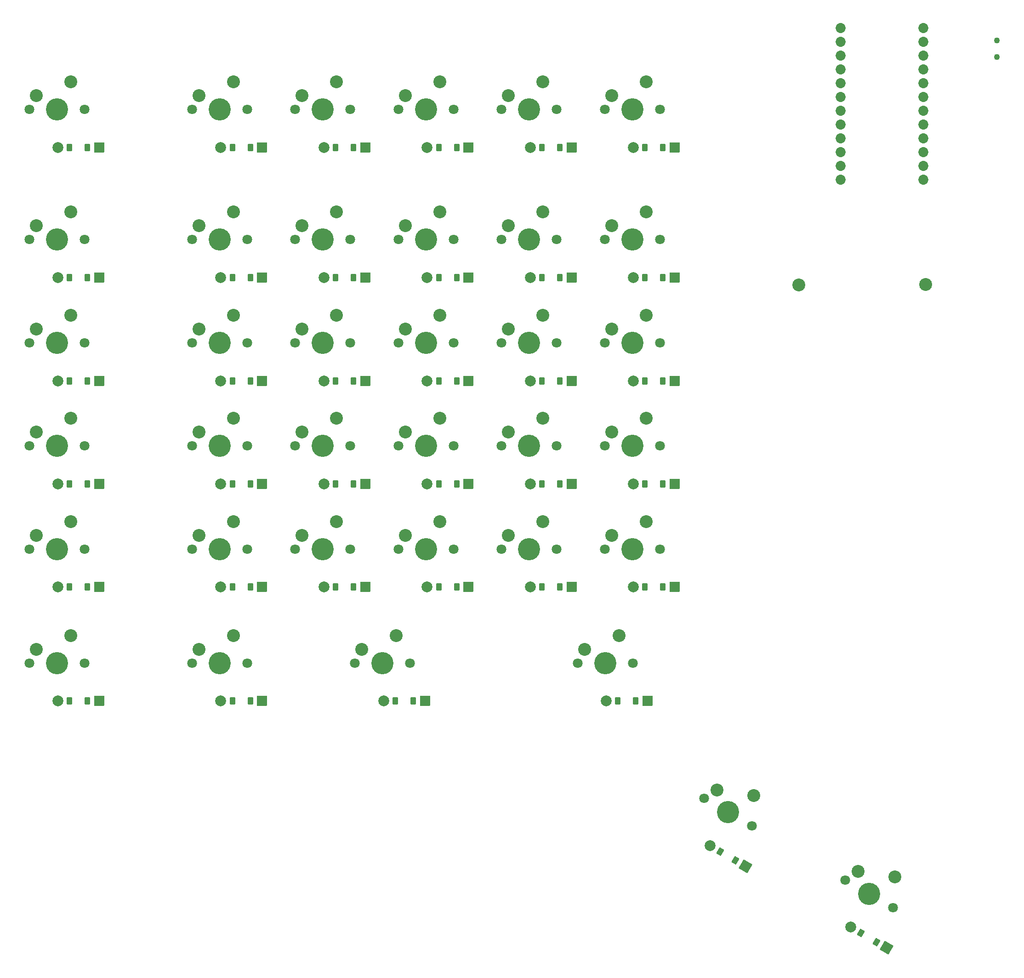
<source format=gbr>
%TF.GenerationSoftware,KiCad,Pcbnew,8.0.5*%
%TF.CreationDate,2024-10-12T19:47:22+02:00*%
%TF.ProjectId,finishedleftpcb,66696e69-7368-4656-946c-656674706362,v1.0.0*%
%TF.SameCoordinates,Original*%
%TF.FileFunction,Soldermask,Bot*%
%TF.FilePolarity,Negative*%
%FSLAX46Y46*%
G04 Gerber Fmt 4.6, Leading zero omitted, Abs format (unit mm)*
G04 Created by KiCad (PCBNEW 8.0.5) date 2024-10-12 19:47:22*
%MOMM*%
%LPD*%
G01*
G04 APERTURE LIST*
G04 Aperture macros list*
%AMRoundRect*
0 Rectangle with rounded corners*
0 $1 Rounding radius*
0 $2 $3 $4 $5 $6 $7 $8 $9 X,Y pos of 4 corners*
0 Add a 4 corners polygon primitive as box body*
4,1,4,$2,$3,$4,$5,$6,$7,$8,$9,$2,$3,0*
0 Add four circle primitives for the rounded corners*
1,1,$1+$1,$2,$3*
1,1,$1+$1,$4,$5*
1,1,$1+$1,$6,$7*
1,1,$1+$1,$8,$9*
0 Add four rect primitives between the rounded corners*
20,1,$1+$1,$2,$3,$4,$5,0*
20,1,$1+$1,$4,$5,$6,$7,0*
20,1,$1+$1,$6,$7,$8,$9,0*
20,1,$1+$1,$8,$9,$2,$3,0*%
G04 Aperture macros list end*
%ADD10C,1.801800*%
%ADD11C,4.087800*%
%ADD12C,2.386000*%
%ADD13RoundRect,0.050000X0.889000X0.889000X-0.889000X0.889000X-0.889000X-0.889000X0.889000X-0.889000X0*%
%ADD14RoundRect,0.050000X0.450000X0.600000X-0.450000X0.600000X-0.450000X-0.600000X0.450000X-0.600000X0*%
%ADD15C,2.005000*%
%ADD16RoundRect,0.050000X1.214397X0.325397X-0.325397X1.214397X-1.214397X-0.325397X0.325397X-1.214397X0*%
%ADD17RoundRect,0.050000X0.689711X0.294615X-0.089711X0.744615X-0.689711X-0.294615X0.089711X-0.744615X0*%
%ADD18C,1.852600*%
%ADD19C,1.100000*%
G04 APERTURE END LIST*
D10*
%TO.C,S58*%
X171381601Y-64457468D03*
D11*
X176461601Y-64457468D03*
D10*
X181541601Y-64457468D03*
D12*
X179001601Y-59377468D03*
X172651601Y-61917468D03*
%TD*%
D10*
%TO.C,S64*%
X215674351Y-206417468D03*
D11*
X220073760Y-208957468D03*
D10*
X224473169Y-211497468D03*
D12*
X224813465Y-205828059D03*
X218044203Y-204852763D03*
%TD*%
D13*
%TO.C,D60*%
X108271601Y-173457468D03*
D14*
X106111601Y-173457468D03*
X102811601Y-173457468D03*
D15*
X100651601Y-173457468D03*
%TD*%
D13*
%TO.C,D22*%
X78271601Y-133457468D03*
D14*
X76111601Y-133457468D03*
X72811601Y-133457468D03*
D15*
X70651601Y-133457468D03*
%TD*%
D10*
%TO.C,S13*%
X152381601Y-145457468D03*
D11*
X157461601Y-145457468D03*
D10*
X162541601Y-145457468D03*
D12*
X160001601Y-140377468D03*
X153651601Y-142917468D03*
%TD*%
D13*
%TO.C,D3*%
X108271601Y-114457468D03*
D14*
X106111601Y-114457468D03*
X102811601Y-114457468D03*
D15*
X100651601Y-114457468D03*
%TD*%
D10*
%TO.C,S24*%
X65381601Y-88457468D03*
D11*
X70461601Y-88457468D03*
D10*
X75541601Y-88457468D03*
D12*
X73001601Y-83377468D03*
X66651601Y-85917468D03*
%TD*%
D13*
%TO.C,D17*%
X184271601Y-152457468D03*
D14*
X182111601Y-152457468D03*
X178811601Y-152457468D03*
D15*
X176651601Y-152457468D03*
%TD*%
D10*
%TO.C,S1*%
X95381601Y-145457468D03*
D11*
X100461601Y-145457468D03*
D10*
X105541601Y-145457468D03*
D12*
X103001601Y-140377468D03*
X96651601Y-142917468D03*
%TD*%
D10*
%TO.C,S54*%
X95381601Y-64457468D03*
D11*
X100461601Y-64457468D03*
D10*
X105541601Y-64457468D03*
D12*
X103001601Y-59377468D03*
X96651601Y-61917468D03*
%TD*%
D13*
%TO.C,D12*%
X146271601Y-95457468D03*
D14*
X144111601Y-95457468D03*
X140811601Y-95457468D03*
D15*
X138651601Y-95457468D03*
%TD*%
D10*
%TO.C,S15*%
X152381601Y-107457468D03*
D11*
X157461601Y-107457468D03*
D10*
X162541601Y-107457468D03*
D12*
X160001601Y-102377468D03*
X153651601Y-104917468D03*
%TD*%
D10*
%TO.C,S23*%
X65381601Y-107457468D03*
D11*
X70461601Y-107457468D03*
D10*
X75541601Y-107457468D03*
D12*
X73001601Y-102377468D03*
X66651601Y-104917468D03*
%TD*%
D10*
%TO.C,S11*%
X133381601Y-107457468D03*
D11*
X138461601Y-107457468D03*
D10*
X143541601Y-107457468D03*
D12*
X141001601Y-102377468D03*
X134651601Y-104917468D03*
%TD*%
D13*
%TO.C,D20*%
X184271601Y-95457468D03*
D14*
X182111601Y-95457468D03*
X178811601Y-95457468D03*
D15*
X176651601Y-95457468D03*
%TD*%
D10*
%TO.C,S16*%
X152381601Y-88457468D03*
D11*
X157461601Y-88457468D03*
D10*
X162541601Y-88457468D03*
D12*
X160001601Y-83377468D03*
X153651601Y-85917468D03*
%TD*%
%TO.C,*%
X230500000Y-96700000D03*
%TD*%
D13*
%TO.C,D23*%
X78271601Y-114457468D03*
D14*
X76111601Y-114457468D03*
X72811601Y-114457468D03*
D15*
X70651601Y-114457468D03*
%TD*%
D13*
%TO.C,D16*%
X165271601Y-95457468D03*
D14*
X163111601Y-95457468D03*
X159811601Y-95457468D03*
D15*
X157651601Y-95457468D03*
%TD*%
D10*
%TO.C,S56*%
X133381601Y-64457468D03*
D11*
X138461601Y-64457468D03*
D10*
X143541601Y-64457468D03*
D12*
X141001601Y-59377468D03*
X134651601Y-61917468D03*
%TD*%
D10*
%TO.C,S17*%
X171381601Y-145457468D03*
D11*
X176461601Y-145457468D03*
D10*
X181541601Y-145457468D03*
D12*
X179001601Y-140377468D03*
X172651601Y-142917468D03*
%TD*%
D13*
%TO.C,D61*%
X138271601Y-173457468D03*
D14*
X136111601Y-173457468D03*
X132811601Y-173457468D03*
D15*
X130651601Y-173457468D03*
%TD*%
D10*
%TO.C,S7*%
X114381601Y-107457468D03*
D11*
X119461601Y-107457468D03*
D10*
X124541601Y-107457468D03*
D12*
X122001601Y-102377468D03*
X115651601Y-104917468D03*
%TD*%
D10*
%TO.C,S55*%
X114381601Y-64457468D03*
D11*
X119461601Y-64457468D03*
D10*
X124541601Y-64457468D03*
D12*
X122001601Y-59377468D03*
X115651601Y-61917468D03*
%TD*%
D13*
%TO.C,D62*%
X179271601Y-173457468D03*
D14*
X177111601Y-173457468D03*
X173811601Y-173457468D03*
D15*
X171651601Y-173457468D03*
%TD*%
D10*
%TO.C,S20*%
X171381601Y-88457468D03*
D11*
X176461601Y-88457468D03*
D10*
X181541601Y-88457468D03*
D12*
X179001601Y-83377468D03*
X172651601Y-85917468D03*
%TD*%
D13*
%TO.C,D58*%
X184271601Y-71457468D03*
D14*
X182111601Y-71457468D03*
X178811601Y-71457468D03*
D15*
X176651601Y-71457468D03*
%TD*%
D10*
%TO.C,S60*%
X95381601Y-166457468D03*
D11*
X100461601Y-166457468D03*
D10*
X105541601Y-166457468D03*
D12*
X103001601Y-161377468D03*
X96651601Y-163917468D03*
%TD*%
D13*
%TO.C,D5*%
X127271601Y-152457468D03*
D14*
X125111601Y-152457468D03*
X121811601Y-152457468D03*
D15*
X119651601Y-152457468D03*
%TD*%
D16*
%TO.C,D63*%
X197356657Y-203924646D03*
D17*
X195486042Y-202844646D03*
X192628158Y-201194646D03*
D15*
X190757543Y-200114646D03*
%TD*%
D10*
%TO.C,S62*%
X166381601Y-166457468D03*
D11*
X171461601Y-166457468D03*
D10*
X176541601Y-166457468D03*
D12*
X174001601Y-161377468D03*
X167651601Y-163917468D03*
%TD*%
D13*
%TO.C,D54*%
X108271601Y-71457468D03*
D14*
X106111601Y-71457468D03*
X102811601Y-71457468D03*
D15*
X100651601Y-71457468D03*
%TD*%
D10*
%TO.C,S4*%
X95381601Y-88457468D03*
D11*
X100461601Y-88457468D03*
D10*
X105541601Y-88457468D03*
D12*
X103001601Y-83377468D03*
X96651601Y-85917468D03*
%TD*%
D13*
%TO.C,D21*%
X78271601Y-152457468D03*
D14*
X76111601Y-152457468D03*
X72811601Y-152457468D03*
D15*
X70651601Y-152457468D03*
%TD*%
D10*
%TO.C,S8*%
X114381601Y-88457468D03*
D11*
X119461601Y-88457468D03*
D10*
X124541601Y-88457468D03*
D12*
X122001601Y-83377468D03*
X115651601Y-85917468D03*
%TD*%
D13*
%TO.C,D57*%
X165271601Y-71457468D03*
D14*
X163111601Y-71457468D03*
X159811601Y-71457468D03*
D15*
X157651601Y-71457468D03*
%TD*%
D10*
%TO.C,S21*%
X65381601Y-145457468D03*
D11*
X70461601Y-145457468D03*
D10*
X75541601Y-145457468D03*
D12*
X73001601Y-140377468D03*
X66651601Y-142917468D03*
%TD*%
D10*
%TO.C,S12*%
X133381601Y-88457468D03*
D11*
X138461601Y-88457468D03*
D10*
X143541601Y-88457468D03*
D12*
X141001601Y-83377468D03*
X134651601Y-85917468D03*
%TD*%
D13*
%TO.C,D59*%
X78271601Y-173457468D03*
D14*
X76111601Y-173457468D03*
X72811601Y-173457468D03*
D15*
X70651601Y-173457468D03*
%TD*%
D10*
%TO.C,S3*%
X95381601Y-107457468D03*
D11*
X100461601Y-107457468D03*
D10*
X105541601Y-107457468D03*
D12*
X103001601Y-102377468D03*
X96651601Y-104917468D03*
%TD*%
D13*
%TO.C,D11*%
X146271601Y-114457468D03*
D14*
X144111601Y-114457468D03*
X140811601Y-114457468D03*
D15*
X138651601Y-114457468D03*
%TD*%
D13*
%TO.C,D6*%
X127271601Y-133457468D03*
D14*
X125111601Y-133457468D03*
X121811601Y-133457468D03*
D15*
X119651601Y-133457468D03*
%TD*%
D18*
%TO.C,MCU1*%
X214841601Y-49487468D03*
X214841601Y-52027468D03*
X214841601Y-54567468D03*
X214841601Y-57107468D03*
X214841601Y-59647468D03*
X214841601Y-62187468D03*
X214841601Y-64727468D03*
X214841601Y-67267468D03*
X214841601Y-69807468D03*
X214841601Y-72347468D03*
X214841601Y-74887468D03*
X214841601Y-77427468D03*
X230081601Y-77427468D03*
X230081601Y-74887468D03*
X230081601Y-72347468D03*
X230081601Y-69807468D03*
X230081601Y-67267468D03*
X230081601Y-64727468D03*
X230081601Y-62187468D03*
X230081601Y-59647468D03*
X230081601Y-57107468D03*
X230081601Y-54567468D03*
X230081601Y-52027468D03*
X230081601Y-49487468D03*
%TD*%
D13*
%TO.C,D14*%
X165271601Y-133457468D03*
D14*
X163111601Y-133457468D03*
X159811601Y-133457468D03*
D15*
X157651601Y-133457468D03*
%TD*%
D10*
%TO.C,S2*%
X95381601Y-126457468D03*
D11*
X100461601Y-126457468D03*
D10*
X105541601Y-126457468D03*
D12*
X103001601Y-121377468D03*
X96651601Y-123917468D03*
%TD*%
D10*
%TO.C,S10*%
X133381601Y-126457468D03*
D11*
X138461601Y-126457468D03*
D10*
X143541601Y-126457468D03*
D12*
X141001601Y-121377468D03*
X134651601Y-123917468D03*
%TD*%
D13*
%TO.C,D13*%
X165271601Y-152457468D03*
D14*
X163111601Y-152457468D03*
X159811601Y-152457468D03*
D15*
X157651601Y-152457468D03*
%TD*%
D13*
%TO.C,D18*%
X184271601Y-133457468D03*
D14*
X182111601Y-133457468D03*
X178811601Y-133457468D03*
D15*
X176651601Y-133457468D03*
%TD*%
D13*
%TO.C,D4*%
X108271601Y-95457468D03*
D14*
X106111601Y-95457468D03*
X102811601Y-95457468D03*
D15*
X100651601Y-95457468D03*
%TD*%
D10*
%TO.C,S6*%
X114381601Y-126457468D03*
D11*
X119461601Y-126457468D03*
D10*
X124541601Y-126457468D03*
D12*
X122001601Y-121377468D03*
X115651601Y-123917468D03*
%TD*%
D10*
%TO.C,S22*%
X65381601Y-126457468D03*
D11*
X70461601Y-126457468D03*
D10*
X75541601Y-126457468D03*
D12*
X73001601Y-121377468D03*
X66651601Y-123917468D03*
%TD*%
D13*
%TO.C,D7*%
X127271601Y-114457468D03*
D14*
X125111601Y-114457468D03*
X121811601Y-114457468D03*
D15*
X119651601Y-114457468D03*
%TD*%
D10*
%TO.C,S57*%
X152381601Y-64457468D03*
D11*
X157461601Y-64457468D03*
D10*
X162541601Y-64457468D03*
D12*
X160001601Y-59377468D03*
X153651601Y-61917468D03*
%TD*%
D13*
%TO.C,D56*%
X146271601Y-71457468D03*
D14*
X144111601Y-71457468D03*
X140811601Y-71457468D03*
D15*
X138651601Y-71457468D03*
%TD*%
D10*
%TO.C,S63*%
X189693589Y-191417468D03*
D11*
X194092998Y-193957468D03*
D10*
X198492407Y-196497468D03*
D12*
X198832703Y-190828059D03*
X192063441Y-189852763D03*
%TD*%
D10*
%TO.C,S59*%
X65381601Y-166457468D03*
D11*
X70461601Y-166457468D03*
D10*
X75541601Y-166457468D03*
D12*
X73001601Y-161377468D03*
X66651601Y-163917468D03*
%TD*%
D10*
%TO.C,S19*%
X171381601Y-107457468D03*
D11*
X176461601Y-107457468D03*
D10*
X181541601Y-107457468D03*
D12*
X179001601Y-102377468D03*
X172651601Y-104917468D03*
%TD*%
D13*
%TO.C,D15*%
X165271601Y-114457468D03*
D14*
X163111601Y-114457468D03*
X159811601Y-114457468D03*
D15*
X157651601Y-114457468D03*
%TD*%
D10*
%TO.C,S53*%
X65381601Y-64457468D03*
D11*
X70461601Y-64457468D03*
D10*
X75541601Y-64457468D03*
D12*
X73001601Y-59377468D03*
X66651601Y-61917468D03*
%TD*%
D13*
%TO.C,D2*%
X108271601Y-133457468D03*
D14*
X106111601Y-133457468D03*
X102811601Y-133457468D03*
D15*
X100651601Y-133457468D03*
%TD*%
D10*
%TO.C,S18*%
X171381601Y-126457468D03*
D11*
X176461601Y-126457468D03*
D10*
X181541601Y-126457468D03*
D12*
X179001601Y-121377468D03*
X172651601Y-123917468D03*
%TD*%
D13*
%TO.C,D53*%
X78271601Y-71457468D03*
D14*
X76111601Y-71457468D03*
X72811601Y-71457468D03*
D15*
X70651601Y-71457468D03*
%TD*%
D16*
%TO.C,D64*%
X223337419Y-218924646D03*
D17*
X221466804Y-217844646D03*
X218608920Y-216194646D03*
D15*
X216738305Y-215114646D03*
%TD*%
D13*
%TO.C,D55*%
X127271601Y-71457468D03*
D14*
X125111601Y-71457468D03*
X121811601Y-71457468D03*
D15*
X119651601Y-71457468D03*
%TD*%
D12*
%TO.C,*%
X207100000Y-96800000D03*
%TD*%
D10*
%TO.C,S9*%
X133381601Y-145457468D03*
D11*
X138461601Y-145457468D03*
D10*
X143541601Y-145457468D03*
D12*
X141001601Y-140377468D03*
X134651601Y-142917468D03*
%TD*%
D13*
%TO.C,D24*%
X78271601Y-95457468D03*
D14*
X76111601Y-95457468D03*
X72811601Y-95457468D03*
D15*
X70651601Y-95457468D03*
%TD*%
D10*
%TO.C,S5*%
X114381601Y-145457468D03*
D11*
X119461601Y-145457468D03*
D10*
X124541601Y-145457468D03*
D12*
X122001601Y-140377468D03*
X115651601Y-142917468D03*
%TD*%
D10*
%TO.C,S61*%
X125381601Y-166457468D03*
D11*
X130461601Y-166457468D03*
D10*
X135541601Y-166457468D03*
D12*
X133001601Y-161377468D03*
X126651601Y-163917468D03*
%TD*%
D13*
%TO.C,D19*%
X184271601Y-114457468D03*
D14*
X182111601Y-114457468D03*
X178811601Y-114457468D03*
D15*
X176651601Y-114457468D03*
%TD*%
D13*
%TO.C,D9*%
X146271601Y-152457468D03*
D14*
X144111601Y-152457468D03*
X140811601Y-152457468D03*
D15*
X138651601Y-152457468D03*
%TD*%
D13*
%TO.C,D8*%
X127271601Y-95457468D03*
D14*
X125111601Y-95457468D03*
X121811601Y-95457468D03*
D15*
X119651601Y-95457468D03*
%TD*%
D13*
%TO.C,D10*%
X146271601Y-133457468D03*
D14*
X144111601Y-133457468D03*
X140811601Y-133457468D03*
D15*
X138651601Y-133457468D03*
%TD*%
D10*
%TO.C,S14*%
X152381601Y-126457468D03*
D11*
X157461601Y-126457468D03*
D10*
X162541601Y-126457468D03*
D12*
X160001601Y-121377468D03*
X153651601Y-123917468D03*
%TD*%
D13*
%TO.C,D1*%
X108271601Y-152457468D03*
D14*
X106111601Y-152457468D03*
X102811601Y-152457468D03*
D15*
X100651601Y-152457468D03*
%TD*%
D19*
%TO.C,T1*%
X243600000Y-54800000D03*
X243600000Y-51800000D03*
%TD*%
M02*

</source>
